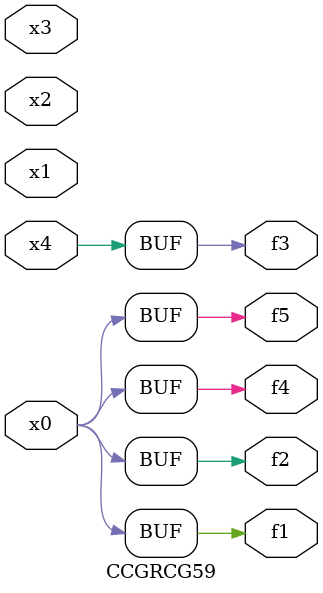
<source format=v>
module CCGRCG59(
	input x0, x1, x2, x3, x4,
	output f1, f2, f3, f4, f5
);
	assign f1 = x0;
	assign f2 = x0;
	assign f3 = x4;
	assign f4 = x0;
	assign f5 = x0;
endmodule

</source>
